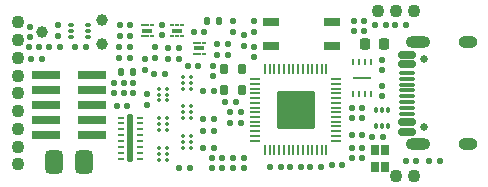
<source format=gbr>
%TF.GenerationSoftware,KiCad,Pcbnew,8.0.3*%
%TF.CreationDate,2024-06-14T23:01:07+10:00*%
%TF.ProjectId,rs-probe,72732d70-726f-4626-952e-6b696361645f,rev?*%
%TF.SameCoordinates,Original*%
%TF.FileFunction,Soldermask,Top*%
%TF.FilePolarity,Negative*%
%FSLAX46Y46*%
G04 Gerber Fmt 4.6, Leading zero omitted, Abs format (unit mm)*
G04 Created by KiCad (PCBNEW 8.0.3) date 2024-06-14 23:01:07*
%MOMM*%
%LPD*%
G01*
G04 APERTURE LIST*
G04 Aperture macros list*
%AMRoundRect*
0 Rectangle with rounded corners*
0 $1 Rounding radius*
0 $2 $3 $4 $5 $6 $7 $8 $9 X,Y pos of 4 corners*
0 Add a 4 corners polygon primitive as box body*
4,1,4,$2,$3,$4,$5,$6,$7,$8,$9,$2,$3,0*
0 Add four circle primitives for the rounded corners*
1,1,$1+$1,$2,$3*
1,1,$1+$1,$4,$5*
1,1,$1+$1,$6,$7*
1,1,$1+$1,$8,$9*
0 Add four rect primitives between the rounded corners*
20,1,$1+$1,$2,$3,$4,$5,0*
20,1,$1+$1,$4,$5,$6,$7,0*
20,1,$1+$1,$6,$7,$8,$9,0*
20,1,$1+$1,$8,$9,$2,$3,0*%
G04 Aperture macros list end*
%ADD10RoundRect,0.185000X-1.015000X-0.185000X1.015000X-0.185000X1.015000X0.185000X-1.015000X0.185000X0*%
%ADD11C,0.650000*%
%ADD12RoundRect,0.150000X0.575000X-0.150000X0.575000X0.150000X-0.575000X0.150000X-0.575000X-0.150000X0*%
%ADD13O,1.450000X0.300000*%
%ADD14O,2.100000X1.000000*%
%ADD15O,1.600000X1.000000*%
%ADD16RoundRect,0.125000X0.200000X0.000010X-0.200000X0.000010X-0.200000X-0.000010X0.200000X-0.000010X0*%
%ADD17RoundRect,0.125000X0.125000X1.925000X-0.125000X1.925000X-0.125000X-1.925000X0.125000X-1.925000X0*%
%ADD18RoundRect,0.137500X-0.137500X-0.137500X0.137500X-0.137500X0.137500X0.137500X-0.137500X0.137500X0*%
%ADD19RoundRect,0.137500X0.137500X-0.137500X0.137500X0.137500X-0.137500X0.137500X-0.137500X-0.137500X0*%
%ADD20RoundRect,0.050000X-0.050000X0.387500X-0.050000X-0.387500X0.050000X-0.387500X0.050000X0.387500X0*%
%ADD21RoundRect,0.050000X-0.387500X0.050000X-0.387500X-0.050000X0.387500X-0.050000X0.387500X0.050000X0*%
%ADD22RoundRect,0.144000X-1.456000X1.456000X-1.456000X-1.456000X1.456000X-1.456000X1.456000X1.456000X0*%
%ADD23RoundRect,0.137500X-0.137500X0.137500X-0.137500X-0.137500X0.137500X-0.137500X0.137500X0.137500X0*%
%ADD24RoundRect,0.067500X0.097500X0.067500X-0.097500X0.067500X-0.097500X-0.067500X0.097500X-0.067500X0*%
%ADD25RoundRect,0.137500X0.137500X0.137500X-0.137500X0.137500X-0.137500X-0.137500X0.137500X-0.137500X0*%
%ADD26RoundRect,0.147500X0.147500X0.172500X-0.147500X0.172500X-0.147500X-0.172500X0.147500X-0.172500X0*%
%ADD27RoundRect,0.075000X-0.150000X-0.075000X0.150000X-0.075000X0.150000X0.075000X-0.150000X0.075000X0*%
%ADD28RoundRect,0.062500X0.087500X-0.062500X0.087500X0.062500X-0.087500X0.062500X-0.087500X-0.062500X0*%
%ADD29R,0.940000X0.300000*%
%ADD30R,0.650000X0.850000*%
%ADD31O,0.250000X0.600000*%
%ADD32R,1.600000X0.200000*%
%ADD33RoundRect,0.075000X0.075000X-0.150000X0.075000X0.150000X-0.075000X0.150000X-0.075000X-0.150000X0*%
%ADD34RoundRect,0.375000X-0.375000X-0.625000X0.375000X-0.625000X0.375000X0.625000X-0.375000X0.625000X0*%
%ADD35RoundRect,0.147500X-0.147500X-0.172500X0.147500X-0.172500X0.147500X0.172500X-0.147500X0.172500X0*%
%ADD36RoundRect,0.218750X0.218750X0.256250X-0.218750X0.256250X-0.218750X-0.256250X0.218750X-0.256250X0*%
%ADD37RoundRect,0.175000X-0.175000X0.275000X-0.175000X-0.275000X0.175000X-0.275000X0.175000X0.275000X0*%
%ADD38R,1.450000X0.700000*%
%ADD39C,1.100000*%
%ADD40C,0.990600*%
G04 APERTURE END LIST*
D10*
%TO.C,U5*%
X2350000Y8540000D03*
X6250000Y8540000D03*
X2350000Y7270000D03*
X6250000Y7270000D03*
X2350000Y6000000D03*
X6250000Y6000000D03*
X2350000Y4730000D03*
X6250000Y4730000D03*
X2350000Y3460000D03*
X6250000Y3460000D03*
%TD*%
D11*
%TO.C,J1*%
X34400000Y4110000D03*
X34400000Y9890000D03*
D12*
X32955000Y3750000D03*
X32955000Y4550000D03*
D13*
X32955000Y5750000D03*
X32955000Y6750000D03*
X32955000Y7250000D03*
X32955000Y8250000D03*
D12*
X32955000Y9450000D03*
X32955000Y10250000D03*
X32955000Y10250000D03*
X32955000Y9450000D03*
D13*
X32955000Y8750000D03*
X32955000Y7750000D03*
X32955000Y6250000D03*
X32955000Y5250000D03*
D12*
X32955000Y4550000D03*
X32955000Y3750000D03*
D14*
X33870000Y2680000D03*
D15*
X38050000Y2680000D03*
D14*
X33870000Y11320000D03*
D15*
X38050000Y11320000D03*
%TD*%
D16*
%TO.C,U4*%
X10325000Y1450000D03*
X10325000Y1950000D03*
X10325000Y2450000D03*
X10325000Y2950000D03*
X10325000Y3450000D03*
X10325000Y3950000D03*
X10325000Y4450000D03*
X10325000Y4950000D03*
X8675000Y4950000D03*
X8675000Y4450000D03*
X8675000Y3950000D03*
X8675000Y3450000D03*
X8675000Y2950000D03*
X8675000Y2450000D03*
X8675000Y1950000D03*
X8675000Y1450000D03*
D17*
X9500000Y3200000D03*
%TD*%
D18*
%TO.C,R29*%
X30250000Y12750000D03*
X31150000Y12750000D03*
%TD*%
%TO.C,R9*%
X8075000Y7900000D03*
X8975000Y7900000D03*
%TD*%
D19*
%TO.C,R2*%
X30800000Y8950000D03*
X30800000Y9850000D03*
%TD*%
D20*
%TO.C,U6*%
X26100000Y9037500D03*
X25700000Y9037500D03*
X25300000Y9037500D03*
X24900000Y9037500D03*
X24500000Y9037500D03*
X24100000Y9037500D03*
X23700000Y9037500D03*
X23300000Y9037500D03*
X22900000Y9037500D03*
X22500000Y9037500D03*
X22100000Y9037500D03*
X21700000Y9037500D03*
X21300000Y9037500D03*
X20900000Y9037500D03*
D21*
X20062500Y8200000D03*
X20062500Y7800000D03*
X20062500Y7400000D03*
X20062500Y7000000D03*
X20062500Y6600000D03*
X20062500Y6200000D03*
X20062500Y5800000D03*
X20062500Y5400000D03*
X20062500Y5000000D03*
X20062500Y4600000D03*
X20062500Y4200000D03*
X20062500Y3800000D03*
X20062500Y3400000D03*
X20062500Y3000000D03*
D20*
X20900000Y2162500D03*
X21300000Y2162500D03*
X21700000Y2162500D03*
X22100000Y2162500D03*
X22500000Y2162500D03*
X22900000Y2162500D03*
X23300000Y2162500D03*
X23700000Y2162500D03*
X24100000Y2162500D03*
X24500000Y2162500D03*
X24900000Y2162500D03*
X25300000Y2162500D03*
X25700000Y2162500D03*
X26100000Y2162500D03*
D21*
X26937500Y3000000D03*
X26937500Y3400000D03*
X26937500Y3800000D03*
X26937500Y4200000D03*
X26937500Y4600000D03*
X26937500Y5000000D03*
X26937500Y5400000D03*
X26937500Y5800000D03*
X26937500Y6200000D03*
X26937500Y6600000D03*
X26937500Y7000000D03*
X26937500Y7400000D03*
X26937500Y7800000D03*
X26937500Y8200000D03*
D22*
X23500000Y5600000D03*
%TD*%
D23*
%TO.C,R17*%
X16500000Y9350000D03*
X16500000Y8450000D03*
%TD*%
D24*
%TO.C,U10*%
X12640000Y6400000D03*
X12640000Y6900000D03*
X12640000Y7400000D03*
X11960000Y7400000D03*
X11960000Y6900000D03*
X11960000Y6400000D03*
%TD*%
D25*
%TO.C,C22*%
X23950000Y800000D03*
X23050000Y800000D03*
%TD*%
D26*
%TO.C,D2*%
X16985000Y13100000D03*
X16015000Y13100000D03*
%TD*%
D18*
%TO.C,C25*%
X14350000Y9350000D03*
X15250000Y9350000D03*
%TD*%
D19*
%TO.C,C13*%
X20000000Y10050000D03*
X20000000Y10950000D03*
%TD*%
D18*
%TO.C,C18*%
X15650000Y7200000D03*
X16550000Y7200000D03*
%TD*%
D19*
%TO.C,R8*%
X16400000Y650000D03*
X16400000Y1550000D03*
%TD*%
D25*
%TO.C,R11*%
X8975000Y7000000D03*
X8075000Y7000000D03*
%TD*%
D18*
%TO.C,C17*%
X15650000Y3800000D03*
X16550000Y3800000D03*
%TD*%
D25*
%TO.C,R13*%
X13600000Y10800000D03*
X12700000Y10800000D03*
%TD*%
%TO.C,C1*%
X18450000Y6300000D03*
X17550000Y6300000D03*
%TD*%
D27*
%TO.C,Q1*%
X4500000Y12800000D03*
X4500000Y12300000D03*
X4500000Y11800000D03*
X5900000Y11800000D03*
X5900000Y12300000D03*
X5900000Y12800000D03*
%TD*%
D24*
%TO.C,U8*%
X12640000Y3900000D03*
X12640000Y4400000D03*
X12640000Y4900000D03*
X11960000Y4900000D03*
X11960000Y4400000D03*
X11960000Y3900000D03*
%TD*%
D25*
%TO.C,C3*%
X22250000Y800000D03*
X21350000Y800000D03*
%TD*%
D18*
%TO.C,R16*%
X8550000Y10900000D03*
X9450000Y10900000D03*
%TD*%
D23*
%TO.C,C26*%
X9500000Y12750000D03*
X9500000Y11850000D03*
%TD*%
D25*
%TO.C,C24*%
X15775000Y12175000D03*
X14875000Y12175000D03*
%TD*%
D23*
%TO.C,C23*%
X29300000Y13150000D03*
X29300000Y12250000D03*
%TD*%
%TO.C,C28*%
X28400000Y13150000D03*
X28400000Y12250000D03*
%TD*%
D18*
%TO.C,C16*%
X13650000Y700000D03*
X14550000Y700000D03*
%TD*%
%TO.C,C6*%
X29950000Y3300000D03*
X30850000Y3300000D03*
%TD*%
D28*
%TO.C,U14*%
X13065000Y11825000D03*
X13465000Y11825000D03*
X13865000Y11825000D03*
X13865000Y12775000D03*
X13465000Y12775000D03*
X13065000Y12775000D03*
D29*
X13465000Y12300000D03*
%TD*%
D23*
%TO.C,C2*%
X12200000Y12800000D03*
X12200000Y11900000D03*
%TD*%
D19*
%TO.C,C27*%
X10700000Y9000000D03*
X10700000Y9900000D03*
%TD*%
D25*
%TO.C,R4*%
X35700000Y1250000D03*
X34800000Y1250000D03*
%TD*%
D19*
%TO.C,C21*%
X11550000Y10000000D03*
X11550000Y10900000D03*
%TD*%
D24*
%TO.C,U9*%
X14640000Y4900000D03*
X14640000Y5400000D03*
X14640000Y5900000D03*
X13960000Y5900000D03*
X13960000Y5400000D03*
X13960000Y4900000D03*
%TD*%
D30*
%TO.C,D1*%
X31025000Y775000D03*
X30175000Y775000D03*
X30175000Y2225000D03*
X31025000Y2225000D03*
%TD*%
D18*
%TO.C,C4*%
X28250000Y3500000D03*
X29150000Y3500000D03*
%TD*%
%TO.C,R14*%
X8550000Y10000000D03*
X9450000Y10000000D03*
%TD*%
D23*
%TO.C,R21*%
X16850000Y11150000D03*
X16850000Y10250000D03*
%TD*%
D31*
%TO.C,U3*%
X29850000Y9650000D03*
X29350000Y9650000D03*
X28850000Y9650000D03*
X28350000Y9650000D03*
X28350000Y6950000D03*
X28850000Y6950000D03*
X29350000Y6950000D03*
X29850000Y6950000D03*
D32*
X29100000Y8300000D03*
%TD*%
D23*
%TO.C,R25*%
X17750000Y11150000D03*
X17750000Y10250000D03*
%TD*%
%TO.C,R15*%
X8600000Y12750000D03*
X8600000Y11850000D03*
%TD*%
D19*
%TO.C,C15*%
X10900000Y6050000D03*
X10900000Y6950000D03*
%TD*%
D33*
%TO.C,U7*%
X30300000Y4200000D03*
X30800000Y4200000D03*
X31300000Y4200000D03*
X31300000Y5600000D03*
X30800000Y5600000D03*
X30300000Y5600000D03*
%TD*%
D25*
%TO.C,R10*%
X3550000Y10900000D03*
X2650000Y10900000D03*
%TD*%
D18*
%TO.C,C19*%
X15650000Y2400000D03*
X16550000Y2400000D03*
%TD*%
D23*
%TO.C,R23*%
X1000000Y12650000D03*
X1000000Y11750000D03*
%TD*%
D28*
%TO.C,U13*%
X10550000Y11825000D03*
X10950000Y11825000D03*
X11350000Y11825000D03*
X11350000Y12775000D03*
X10950000Y12775000D03*
X10550000Y12775000D03*
D29*
X10950000Y12300000D03*
%TD*%
D24*
%TO.C,U1*%
X12640000Y1400000D03*
X12640000Y1900000D03*
X12640000Y2400000D03*
X11960000Y2400000D03*
X11960000Y1900000D03*
X11960000Y1400000D03*
%TD*%
D34*
%TO.C,J10*%
X3060000Y1200000D03*
%TD*%
D25*
%TO.C,R6*%
X25650000Y800000D03*
X24750000Y800000D03*
%TD*%
%TO.C,R7*%
X29150000Y1500000D03*
X28250000Y1500000D03*
%TD*%
D24*
%TO.C,U11*%
X14640000Y7400000D03*
X14640000Y7900000D03*
X14640000Y8400000D03*
X13960000Y8400000D03*
X13960000Y7900000D03*
X13960000Y7400000D03*
%TD*%
D34*
%TO.C,J11*%
X5600000Y1200000D03*
%TD*%
D19*
%TO.C,R1*%
X19100000Y650000D03*
X19100000Y1550000D03*
%TD*%
D25*
%TO.C,C10*%
X18850000Y4500000D03*
X17950000Y4500000D03*
%TD*%
%TO.C,R12*%
X13600000Y9950000D03*
X12700000Y9950000D03*
%TD*%
D18*
%TO.C,C7*%
X28250000Y5800000D03*
X29150000Y5800000D03*
%TD*%
D25*
%TO.C,R22*%
X9250000Y5900000D03*
X8350000Y5900000D03*
%TD*%
D18*
%TO.C,C20*%
X15650000Y4800000D03*
X16550000Y4800000D03*
%TD*%
%TO.C,C11*%
X28250000Y2400000D03*
X29150000Y2400000D03*
%TD*%
D19*
%TO.C,C14*%
X30800000Y6750000D03*
X30800000Y7650000D03*
%TD*%
D35*
%TO.C,D3*%
X8715000Y8850000D03*
X9685000Y8850000D03*
%TD*%
D25*
%TO.C,R27*%
X12400000Y8650000D03*
X11500000Y8650000D03*
%TD*%
D18*
%TO.C,R18*%
X1100000Y9950000D03*
X2000000Y9950000D03*
%TD*%
%TO.C,R20*%
X4850000Y10900000D03*
X5750000Y10900000D03*
%TD*%
D19*
%TO.C,C8*%
X17300000Y650000D03*
X17300000Y1550000D03*
%TD*%
D36*
%TO.C,F1*%
X30937500Y11150000D03*
X29362500Y11150000D03*
%TD*%
D25*
%TO.C,R5*%
X27450000Y900000D03*
X26550000Y900000D03*
%TD*%
D24*
%TO.C,U2*%
X14640000Y2400000D03*
X14640000Y2900000D03*
X14640000Y3400000D03*
X13960000Y3400000D03*
X13960000Y2900000D03*
X13960000Y2400000D03*
%TD*%
D23*
%TO.C,R19*%
X3400000Y12750000D03*
X3400000Y11850000D03*
%TD*%
D25*
%TO.C,C9*%
X18850000Y5400000D03*
X17950000Y5400000D03*
%TD*%
D37*
%TO.C,X1*%
X17450000Y9100000D03*
X17450000Y7300000D03*
X18950000Y7325000D03*
X18950000Y9075000D03*
%TD*%
D19*
%TO.C,C30*%
X18200000Y12225000D03*
X18200000Y13125000D03*
%TD*%
D25*
%TO.C,R3*%
X33700000Y1250000D03*
X32800000Y1250000D03*
%TD*%
D19*
%TO.C,C29*%
X20000000Y12225000D03*
X20000000Y13125000D03*
%TD*%
D28*
%TO.C,U12*%
X14950000Y10350000D03*
X15350000Y10350000D03*
X15750000Y10350000D03*
X15750000Y11300000D03*
X15350000Y11300000D03*
X14950000Y11300000D03*
D29*
X15350000Y10825000D03*
%TD*%
D38*
%TO.C,SW1*%
X21420000Y13000000D03*
X26580000Y13000000D03*
X21420000Y11000000D03*
X26580000Y11000000D03*
%TD*%
D19*
%TO.C,C5*%
X18200000Y650000D03*
X18200000Y1550000D03*
%TD*%
D23*
%TO.C,FB1*%
X19100000Y11925000D03*
X19100000Y11025000D03*
%TD*%
%TO.C,R26*%
X9750000Y7900000D03*
X9750000Y7000000D03*
%TD*%
D18*
%TO.C,R28*%
X31950000Y12750000D03*
X32850000Y12750000D03*
%TD*%
%TO.C,C12*%
X28250000Y4900000D03*
X29150000Y4900000D03*
%TD*%
D25*
%TO.C,R24*%
X1800000Y10900000D03*
X900000Y10900000D03*
%TD*%
D39*
%TO.C,J2*%
X0Y1000000D03*
X0Y2500000D03*
X0Y4000000D03*
X0Y5500000D03*
X0Y7000000D03*
X0Y8500000D03*
X0Y10000000D03*
X0Y11500000D03*
X0Y13000000D03*
%TD*%
%TO.C,J4*%
X30500000Y14000000D03*
X32000000Y14000000D03*
X33500000Y14000000D03*
%TD*%
%TO.C,J3*%
X33500000Y0D03*
X32000000Y0D03*
%TD*%
D40*
%TO.C,J5*%
X2060000Y12200000D03*
X7140000Y13216000D03*
X7140000Y11184000D03*
%TD*%
M02*

</source>
